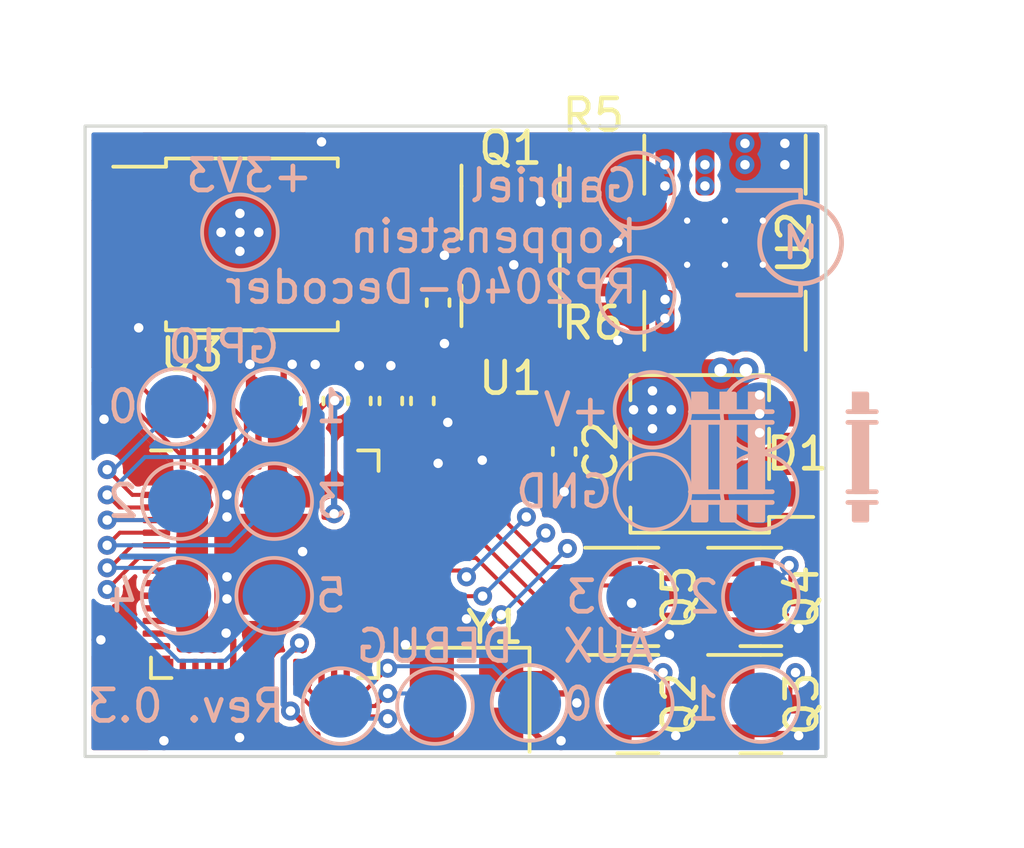
<source format=kicad_pcb>
(kicad_pcb (version 20221018) (generator pcbnew)
  (layers (0 "F.Cu" signal) (31 "B.Cu" signal) (34 "B.Paste" user) (35 "F.Paste" user) (36 "B.SilkS" user "B.Silkscreen") (37 "F.SilkS" user "F.Silkscreen") (38 "B.Mask" user) (39 "F.Mask" user) (44 "Edge.Cuts" user))
  (net 0 "")
  (net 1 "+3V3")
  (net 2 "+V")
  (net 3 "+1V1")
  (net 4 "GND")
  (net 5 "Net-(U4-ADC_AVDD)")
  (net 6 "Net-(C17-Pad1)")
  (net 7 "Net-(J1-Pin_1)")
  (net 8 "/GPIO24")
  (net 9 "/ADC_EMF_A")
  (net 10 "/ADC_EMF_B")
  (net 11 "Net-(J2-Pin_1)")
  (net 12 "/GPIO25")
  (net 13 "Net-(J3-Pin_1)")
  (net 14 "/MOTOR_OUT_B")
  (net 15 "/MOTOR_OUT_A")
  (net 16 "/GPIO26")
  (net 17 "/GPIO22")
  (net 18 "/GPIO23")
  (net 19 "Net-(J4-Pin_1)")
  (net 20 "Net-(J5-Pin_1)")
  (net 21 "Net-(J6-Pin_1)")
  (net 22 "/SWCLK")
  (net 23 "/SWDIO")
  (net 24 "/RUN")
  (net 25 "Net-(Q1-G)")
  (net 26 "/GPIO27")
  (net 28 "/GPIO21")
  (net 46 "/GPIO0")
  (net 47 "/GPIO1")
  (net 48 "/GPIO2")
  (net 49 "/GPIO3")
  (net 50 "/GPIO4")
  (net 51 "/GPIO5")
  (net 52 "/XIN")
  (net 53 "/QSPI_SS")
  (net 54 "/XOUT")
  (net 55 "/QSPI_SD1")
  (net 56 "/QSPI_SD2")
  (net 57 "/QSPI_SD0")
  (net 58 "/QSPI_SCLK")
  (net 59 "/QSPI_SD3")
  (footprint "RP2040-Decoder_Additional_Footprints:SOIC-8_5.23x5.23mm_P1.27mm" (layer "F.Cu") (at 142.792 93.853)
    (fp_text reference "U3")
    (fp_text value "W25Q64JVSSIQ")
  )
  (footprint "Capacitor_SMD:C_0201_0603Metric" (layer "F.Cu") (at 152.2 107.78 -90)
    (fp_text reference "C17" hide)
    (fp_text value "33p")
  )
  (footprint "Capacitor_SMD:C_0201_0603Metric" (layer "F.Cu") (at 138.28 100.2 180)
    (fp_text reference "C12" hide)
    (fp_text value "100n")
  )
  (footprint "Capacitor_SMD:C_0201_0603Metric" (layer "F.Cu") (at 146.08 90.6 180)
    (fp_text reference "C15" hide)
    (fp_text value "100n")
  )
  (footprint "Capacitor_SMD:C_0201_0603Metric" (layer "F.Cu") (at 138.28 105.6 180)
    (fp_text reference "C11" hide)
    (fp_text value "100n")
  )
  (footprint "Capacitor_SMD:C_0201_0603Metric" (layer "F.Cu") (at 144.42 109.5 180)
    (fp_text reference "C3" hide)
    (fp_text value "100n")
  )
  (footprint "Capacitor_SMD:C_0201_0603Metric" (layer "F.Cu") (at 148.22 100.2)
    (fp_text reference "C8" hide)
    (fp_text value "100n")
  )
  (footprint "Resistor_SMD:R_0201_0603Metric" (layer "F.Cu") (at 153.625 90.8)
    (fp_text reference "R5")
    (fp_text value "6k8")
  )
  (footprint "Package_TO_SOT_SMD:SOT-23" (layer "F.Cu") (at 151 95.8 -90)
    (fp_text reference "U1")
    (fp_text value "PJ75AL33SA")
  )
  (footprint "Resistor_SMD:R_0201_0603Metric" (layer "F.Cu") (at 148.9 93.2 90)
    (fp_text reference "R2" hide)
    (fp_text value "6k8")
  )
  (footprint "Resistor_SMD:R_0201_0603Metric" (layer "F.Cu") (at 148.9 91.655 90)
    (fp_text reference "R1" hide)
    (fp_text value "6k8")
  )
  (footprint "Resistor_SMD:R_0201_0603Metric" (layer "F.Cu") (at 148.1 101.38 -90)
    (fp_text reference "R8" hide)
    (fp_text value "1k")
  )
  (footprint "Package_TO_SOT_SMD:TO-269AA" (layer "F.Cu") (at 157 100.5 180)
    (fp_text reference "D1")
    (fp_text value "KMB24F")
  )
  (footprint "Capacitor_SMD:C_0201_0603Metric" (layer "F.Cu") (at 143.6 98.855 90)
    (fp_text reference "C13" hide)
    (fp_text value "100n")
  )
  (footprint "Package_TO_SOT_SMD:SOT-23" (layer "F.Cu") (at 155.0375 108.4375)
    (fp_text reference "Q2")
    (fp_text value "T2N7002BK")
  )
  (footprint "RP2040-Decoder_Additional_Footprints:SOIC-8-1EP_3.9x4.9mm_P1.27mm_EP2.41x3.3mm_ThermalVias" (layer "F.Cu") (at 157.8 93.8 -90)
    (fp_text reference "U2")
    (fp_text value "BDR6133")
  )
  (footprint "Crystal:Crystal_SMD_3225-4Pin_3.2x2.5mm" (layer "F.Cu") (at 149.6 108.3 180)
    (fp_text reference "Y1")
    (fp_text value "X322512MSB4SI")
  )
  (footprint "Package_TO_SOT_SMD:SOT-23" (layer "F.Cu") (at 155.0375 105.0375)
    (fp_text reference "Q5")
    (fp_text value "T2N7002BK")
  )
  (footprint "Capacitor_SMD:C_0201_0603Metric" (layer "F.Cu") (at 143.2 109.18 -90)
    (fp_text reference "C10" hide)
    (fp_text value "100n")
  )
  (footprint "Capacitor_SMD:C_0201_0603Metric" (layer "F.Cu") (at 140.7 109.22 -90)
    (fp_text reference "C16" hide)
    (fp_text value "33p")
  )
  (footprint "Package_TO_SOT_SMD:SOT-23" (layer "F.Cu") (at 158.9375 105.0375)
    (fp_text reference "Q4")
    (fp_text value "T2N7002BK")
  )
  (footprint "Capacitor_SMD:C_0402_1005Metric" (layer "F.Cu") (at 144.7 98.82 90)
    (fp_text reference "C5" hide)
    (fp_text value "10u")
  )
  (footprint "Capacitor_SMD:C_0201_0603Metric" (layer "F.Cu") (at 148.545 105.5)
    (fp_text reference "C9" hide)
    (fp_text value "100n")
  )
  (footprint "Resistor_SMD:R_0201_0603Metric" (layer "F.Cu") (at 149.9 101.78 -90)
    (fp_text reference "R7" hide)
    (fp_text value "1k")
  )
  (footprint "Package_TO_SOT_SMD:SOT-23" (layer "F.Cu") (at 158.9375 108.4375)
    (fp_text reference "Q3")
    (fp_text value "T2N7002BK")
  )
  (footprint "Resistor_SMD:R_0201_0603Metric" (layer "F.Cu") (at 139.192 90.6)
    (fp_text reference "R4" hide)
    (fp_text value "DNF")
  )
  (footprint "Capacitor_SMD:C_0201_0603Metric" (layer "F.Cu") (at 142.8 98.6 90)
    (fp_text reference "C4" hide)
    (fp_text value "100n")
  )
  (footprint "Capacitor_SMD:C_0402_1005Metric" (layer "F.Cu") (at 152.7 100.425 -90)
    (fp_text reference "C2")
    (fp_text value "10u")
  )
  (footprint "Capacitor_SMD:C_0402_1005Metric" (layer "F.Cu") (at 147.2 98.82 90)
    (fp_text reference "C14" hide)
    (fp_text value "10u")
  )
  (footprint "Capacitor_SMD:C_0402_1005Metric" (layer "F.Cu") (at 148.7 95.7 -90)
    (fp_text reference "C1" hide)
    (fp_text value "10u")
  )
  (footprint "Resistor_SMD:R_0201_0603Metric" (layer "F.Cu") (at 153.6 95.3 180)
    (fp_text reference "R6")
    (fp_text value "6k8")
  )
  (footprint "Package_TO_SOT_SMD:SOT-23" (layer "F.Cu") (at 151 92 90)
    (fp_text reference "Q1")
    (fp_text value "T2N7002BK")
  )
  (footprint "Resistor_SMD:R_0201_0603Metric" (layer "F.Cu") (at 141.5 109.22 -90)
    (fp_text reference "R9" hide)
    (fp_text value "1k")
  )
  (footprint "Capacitor_SMD:C_0402_1005Metric" (layer "F.Cu") (at 148.2 98.82 -90)
    (fp_text reference "R3" hide)
    (fp_text value "200")
  )
  (footprint "RP2040-Decoder_Additional_Footprints:QFN-56-1EP_7x7mm_P0.4mm_EP3.2x3.2mm" (layer "F.Cu") (at 143.2 104)
    (fp_text reference "U4" hide)
    (fp_text value "RP2040")
  )
  (footprint "Capacitor_SMD:C_0402_1005Metric" (layer "F.Cu") (at 146.2 98.82 90)
    (fp_text reference "C6" hide)
    (fp_text value "10u")
  )
  (footprint "TestPoint:TestPoint_Pad_D2.0mm" (layer "B.Cu") (at 140.4 99 180)
    (fp_text reference "J8")
    (fp_text value "0")
  )
  (footprint "TestPoint:TestPoint_Pad_D2.0mm" (layer "B.Cu") (at 155 92.14 180)
    (fp_text reference "J15")
    (fp_text value "M_OUT_B")
  )
  (footprint "TestPoint:TestPoint_Pad_D2.0mm" (layer "B.Cu") (at 148.6 108.5 180)
    (fp_text reference "J19")
    (fp_text value "SWDIO")
  )
  (footprint "TestPoint:TestPoint_Pad_D2.0mm" (layer "B.Cu") (at 151.6 108.4 180)
    (fp_text reference "J20")
    (fp_text value "RUN")
  )
  (footprint "TestPoint:TestPoint_Pad_D2.0mm" (layer "B.Cu") (at 154.9375 108.4375 180)
    (fp_text reference "J3")
    (fp_text value "0")
  )
  (footprint "TestPoint:TestPoint_Pad_D2.0mm" (layer "B.Cu") (at 145.6 108.5 180)
    (fp_text reference "J18")
    (fp_text value "SWCLK")
  )
  (footprint "TestPoint:TestPoint_Pad_D2.0mm" (layer "B.Cu") (at 158.9 99.23 180)
    (fp_text reference "J2")
    (fp_text value "T1")
  )
  (footprint "TestPoint:TestPoint_Pad_D2.0mm" (layer "B.Cu") (at 158.9 101.7 180)
    (fp_text reference "J1")
    (fp_text value "T0")
  )
  (footprint "TestPoint:TestPoint_Pad_D2.0mm" (layer "B.Cu") (at 155 95.46 180)
    (fp_text reference "J16")
    (fp_text value "M_OUT_A")
  )
  (footprint "TestPoint:TestPoint_Pad_D2.0mm" (layer "B.Cu") (at 143.4 99 180)
    (fp_text reference "J9")
    (fp_text value "1")
  )
  (footprint "TestPoint:TestPoint_Pad_D2.0mm" (layer "B.Cu") (at 158.9375 108.4375 180)
    (fp_text reference "J4")
    (fp_text value "1")
  )
  (footprint "TestPoint:TestPoint_Pad_D2.0mm" (layer "B.Cu") (at 155.5 99.1 180)
    (fp_text reference "J14")
    (fp_text value "+V")
  )
  (footprint "TestPoint:TestPoint_Pad_D2.0mm" (layer "B.Cu") (at 142.411 93.472 180)
    (fp_text reference "J7")
    (fp_text value "+3V3")
  )
  (footprint "TestPoint:TestPoint_Pad_D2.0mm" (layer "B.Cu") (at 158.9375 105.0375 180)
    (fp_text reference "J5")
    (fp_text value "2")
  )
  (footprint "TestPoint:TestPoint_Pad_D2.0mm" (layer "B.Cu") (at 140.5 102 180)
    (fp_text reference "J10")
    (fp_text value "2")
  )
  (footprint "TestPoint:TestPoint_Pad_D2.0mm" (layer "B.Cu") (at 143.5 102 180)
    (fp_text reference "J11")
    (fp_text value "3")
  )
  (footprint "TestPoint:TestPoint_Pad_D2.0mm" (layer "B.Cu") (at 143.5 105 180)
    (fp_text reference "J13")
    (fp_text value "5")
  )
  (footprint "TestPoint:TestPoint_Pad_D2.0mm" (layer "B.Cu") (at 140.5 105 180)
    (fp_text reference "J12")
    (fp_text value "4")
  )
  (footprint "TestPoint:TestPoint_Pad_D2.0mm" (layer "B.Cu") (at 155.5 101.7 180)
    (fp_text reference "J17")
    (fp_text value "GND")
  )
  (footprint "TestPoint:TestPoint_Pad_D2.0mm" (layer "B.Cu") (at 155.0375 105.0375 180)
    (fp_text reference "J6")
    (fp_text value "3")
  )
  (gr_rect (start 161.9 98.6) (end 162.3 99.16) (stroke (width 0.15)) (fill solid) (layer "B.SilkS"))
  (gr_line (start 159.3 99.5) (end 156.7 99.5) (stroke (width 0.15)) (layer "B.SilkS"))
  (gr_rect (start 158.6 99.5) (end 159 101.7) (stroke (width 0.15)) (fill solid) (layer "B.SilkS"))
  (gr_rect (start 158.6 102.04) (end 159 102.6) (stroke (width 0.15)) (fill solid) (layer "B.SilkS"))
  (gr_line (start 161.7 99.16) (end 162.6 99.16) (stroke (width 0.15)) (layer "B.SilkS"))
  (gr_line (start 158.2 95.46) (end 160.2 95.46) (stroke (width 0.15)) (layer "B.SilkS"))
  (gr_rect (start 161.9 102.04) (end 162.3 102.6) (stroke (width 0.15)) (fill solid) (layer "B.SilkS"))
  (gr_circle (center 160.2 93.8) (end 158.9 93.8) (stroke (width 0.15)) (fill none) (layer "B.SilkS"))
  (gr_line (start 161.7 101.7) (end 162.6 101.7) (stroke (width 0.15)) (layer "B.SilkS"))
  (gr_line (start 159.3 101.7) (end 156.7 101.7) (stroke (width 0.15)) (layer "B.SilkS"))
  (gr_rect (start 156.8 102.04) (end 157.2 102.6) (stroke (width 0.15)) (fill solid) (layer "B.SilkS"))
  (gr_line (start 161.7 99.5) (end 162.6 99.5) (stroke (width 0.15)) (layer "B.SilkS"))
  (gr_rect (start 157.7 102.04) (end 158.1 102.6) (stroke (width 0.15)) (fill solid) (layer "B.SilkS"))
  (gr_rect (start 156.8 99.5) (end 157.2 101.7) (stroke (width 0.15)) (fill solid) (layer "B.SilkS"))
  (gr_rect (start 158.6 98.6) (end 159 99.16) (stroke (width 0.15)) (fill solid) (layer "B.SilkS"))
  (gr_line (start 158.2 92.14) (end 160.2 92.14) (stroke (width 0.15)) (layer "B.SilkS"))
  (gr_rect (start 157.7 99.5) (end 158.1 101.7) (stroke (width 0.15)) (fill solid) (layer "B.SilkS"))
  (gr_rect (start 157.7 98.6) (end 158.1 99.16) (stroke (width 0.15)) (fill solid) (layer "B.SilkS"))
  (gr_line (start 159.3 102.04) (end 156.7 102.04) (stroke (width 0.15)) (layer "B.SilkS"))
  (gr_line (start 159.3 99.16) (end 156.7 99.16) (stroke (width 0.15)) (layer "B.SilkS"))
  (gr_line (start 160.2 95.46) (end 160.2 95.1) (stroke (width 0.15)) (layer "B.SilkS"))
  (gr_rect (start 156.8 98.6) (end 157.2 99.16) (stroke (width 0.15)) (fill solid) (layer "B.SilkS"))
  (gr_line (start 160.2 92.14) (end 160.2 92.5) (stroke (width 0.15)) (layer "B.SilkS"))
  (gr_rect (start 161.9 99.5) (end 162.3 101.7) (stroke (width 0.15)) (fill solid) (layer "B.SilkS"))
  (gr_line (start 161.7 102.04) (end 162.6 102.04) (stroke (width 0.15)) (layer "B.SilkS"))
  (gr_rect (start 137.5 90.1) (end 161 110.1) (stroke (width 0.1)) (fill none) (layer "Edge.Cuts"))
  (gr_text "M" (at 160.2 93.8) (layer "B.SilkS") (effects (font (size 1 1)) (justify mirror)))
  (gr_text "Gabriel\nKoppenstein\nRP2040-Decoder" (at 155.1 93.6) (layer "B.SilkS") (effects (font (size 1 1)) (justify left mirror)))
  (gr_text "Rev. 0.3" (at 140.7 108.5) (layer "B.SilkS") (effects (font (size 1 1)) (justify mirror)))
  (gr_text "GPIO" (at 141.9 97.1) (layer "B.SilkS") (effects (font (size 1 1)) (justify mirror)))
  (gr_text "DEBUG" (at 148.6 106.6) (layer "B.SilkS") (effects (font (size 1 1)) (justify mirror)))
  (gr_text "AUX" (at 154.1 106.6) (layer "B.SilkS") (effects (font (size 1 1)) (justify mirror)))
  (segment (start 146.6375 105) (end 147.725 105) (width 0.2) (layer "F.Cu") (net 1))
  (segment (start 143.6 99.8) (end 143.6 99.175) (width 0.2) (layer "F.Cu") (net 1))
  (segment (start 139.7625 101.313971) (end 139.7625 101.4) (width 0.2) (layer "F.Cu") (net 1))
  (segment (start 147.725 105) (end 148.225 105.5) (width 0.2) (layer "F.Cu") (net 1))
  (segment (start 139.7625 105) (end 139.2 105) (width 0.2) (layer "F.Cu") (net 1))
  (segment (start 138.6 100.2) (end 138.648529 100.2) (width 0.2) (layer "F.Cu") (net 1))
  (segment (start 146.6375 101.4) (end 146.8 101.4) (width 0.2) (layer "F.Cu") (net 1))
  (segment (start 146.130025 99.3) (end 146.2 99.3) (width 0.2) (layer "F.Cu") (net 1))
  (segment (start 143.4 100) (end 143.6 99.8) (width 0.2) (layer "F.Cu") (net 1))
  (segment (start 143.4 107.4375) (end 143.4 108.66) (width 0.2) (layer "F.Cu") (net 1))
  (segment (start 146.392 90.608) (end 146.4 90.6) (width 0.2) (layer "F.Cu") (net 1))
  (segment (start 143.8 100) (end 143.6 99.8) (width 0.2) (layer "F.Cu") (net 1))
  (segment (start 146.392 91.948) (end 146.392 90.608) (width 0.2) (layer "F.Cu") (net 1))
  (segment (start 143.8 100.5625) (end 143.8 100) (width 0.2) (layer "F.Cu") (net 1))
  (segment (start 145.4 100.030025) (end 146.130025 99.3) (width 0.2) (layer "F.Cu") (net 1))
  (segment (start 139.2 105) (end 138.6 105.6) (width 0.2) (layer "F.Cu") (net 1))
  (segment (start 146.8 101.4) (end 147.9 100.3) (width 0.2) (layer "F.Cu") (net 1))
  (segment (start 149.6925 95.22) (end 150.05 94.8625) (width 0.2) (layer "F.Cu") (net 1))
  (segment (start 143.4 100.5625) (end 143.4 100) (width 0.2) (layer "F.Cu") (net 1))
  (segment (start 148.7 95.22) (end 149.6925 95.22) (width 0.2) (layer "F.Cu") (net 1))
  (segment (start 145.4 100.5625) (end 145.4 100.030025) (width 0.2) (layer "F.Cu") (net 1))
  (segment (start 143.4 108.66) (end 143.2 108.86) (width 0.2) (layer "F.Cu") (net 1))
  (via (at 158.435 91.325) (size 0.6) (drill 0.3) (layers "F.Cu" "B.Cu") (net 1))
  (via (at 142.411 94.072) (size 0.6) (drill 0.3) (layers "F.Cu" "B.Cu") (net 1))
  (via (at 142.411 92.872) (size 0.6) (drill 0.3) (layers "F.Cu" "B.Cu") (net 1))
  (via (at 141.811 93.472) (size 0.6) (drill 0.3) (layers "F.Cu" "B.Cu") (net 1))
  (via (at 142.411 93.472) (size 0.6) (drill 0.3) (layers "F.Cu" "B.Cu") (net 1))
  (via (at 158.435 90.65) (size 0.6) (drill 0.3) (layers "F.Cu" "B.Cu") (net 1))
  (via (at 143.011 93.472) (size 0.6) (drill 0.3) (layers "F.Cu" "B.Cu") (net 1))
  (via (at 154.9 99.1) (size 0.6) (drill 0.3) (layers "F.Cu" "B.Cu") (net 2))
  (via (at 155.5 99.1) (size 0.6) (drill 0.3) (layers "F.Cu" "B.Cu") (net 2))
  (via (at 158.4655 97.844802) (size 0.8) (drill 0.4) (layers "F.Cu" "B.Cu") (net 2))
  (via (at 155.5 99.7) (size 0.6) (drill 0.3) (layers "F.Cu" "B.Cu") (net 2))
  (via (at 156.1 99.1) (size 0.6) (drill 0.3) (layers "F.Cu" "B.Cu") (net 2))
  (via (at 157.165 91.325) (size 0.6) (drill 0.3) (layers "F.Cu" "B.Cu") (net 2))
  (via (at 157.66121 97.844802) (size 0.8) (drill 0.4) (layers "F.Cu" "B.Cu") (net 2))
  (via (at 157.165 92) (size 0.6) (drill 0.3) (layers "F.Cu" "B.Cu") (net 2))
  (via (at 155.5 98.5) (size 0.6) (drill 0.3) (layers "F.Cu" "B.Cu") (net 2))
  (segment (start 145.406916 98.8) (end 145.417454 98.810538) (width 0.2) (layer "F.Cu") (net 3))
  (segment (start 144.01668 108.656135) (end 144.05182 108.656135) (width 0.2) (layer "F.Cu") (net 3))
  (segment (start 145.2 98.8) (end 145.406916 98.8) (width 0.2) (layer "F.Cu") (net 3))
  (segment (start 143.8 107.4375) (end 143.8 108.439455) (width 0.2) (layer "F.Cu") (net 3))
  (segment (start 144.05182 108.656135) (end 144.74 109.344315) (width 0.2) (layer "F.Cu") (net 3))
  (segment (start 143 100.5625) (end 143 99.12) (width 0.2) (layer "F.Cu") (net 3))
  (segment (start 144.7 99.3) (end 145.2 98.8) (width 0.2) (layer "F.Cu") (net 3))
  (segment (start 144.74 109.344315) (end 144.74 109.5) (width 0.2) (layer "F.Cu") (net 3))
  (segment (start 145 100.5625) (end 145 100) (width 0.2) (layer "F.Cu") (net 3))
  (segment (start 144.7 99.7) (end 144.7 99.314) (width 0.2) (layer "F.Cu") (net 3))
  (segment (start 143.8 108.439455) (end 144.01668 108.656135) (width 0.2) (layer "F.Cu") (net 3))
  (segment (start 143 99.12) (end 142.8 98.92) (width 0.2) (layer "F.Cu") (net 3))
  (segment (start 145 100) (end 144.7 99.7) (width 0.2) (layer "F.Cu") (net 3))
  (via (at 144.3 106.5) (size 0.6) (drill 0.3) (layers "F.Cu" "B.Cu") (net 3))
  (via (at 145.4 102.4) (size 0.6) (drill 0.3) (layers "F.Cu" "B.Cu") (net 3))
  (via (at 144.01668 108.656135) (size 0.6) (drill 0.3) (layers "F.Cu" "B.Cu") (net 3))
  (via (at 145.417454 98.810538) (size 0.6) (drill 0.3) (layers "F.Cu" "B.Cu") (net 3))
  (segment (start 143.8 107) (end 144.3 106.5) (width 0.2) (layer "B.Cu") (net 3))
  (segment (start 145.417454 98.810538) (end 145.4 98.827992) (width 0.2) (layer "B.Cu") (net 3))
  (segment (start 143.8 108.439455) (end 143.8 107.1) (width 0.2) (layer "B.Cu") (net 3))
  (segment (start 143.8 107.1) (end 143.8 107) (width 0.2) (layer "B.Cu") (net 3))
  (segment (start 145.4 98.827992) (end 145.4 102.4) (width 0.2) (layer "B.Cu") (net 3))
  (segment (start 144.01668 108.656135) (end 143.8 108.439455) (width 0.2) (layer "B.Cu") (net 3))
  (segment (start 148.5 107.387868) (end 147.662544 106.550412) (width 0.2) (layer "F.Cu") (net 4))
  (segment (start 144.8 98.354) (end 144.8 97.663) (width 0.2) (layer "F.Cu") (net 4))
  (segment (start 148.5 107.45) (end 148.711689 107.45) (width 0.2) (layer "F.Cu") (net 4))
  (segment (start 140.7 109.54) (end 140.06 109.54) (width 0.2) (layer "F.Cu") (net 4))
  (segment (start 143.2 109.5) (end 142.4 109.5) (width 0.2) (layer "F.Cu") (net 4))
  (segment (start 158 109.3875) (end 160.0875 109.3875) (width 0.2) (layer "F.Cu") (net 4))
  (segment (start 154.4375 106.2375) (end 156.0375 106.2375) (width 0.2) (layer "F.Cu") (net 4))
  (segment (start 148.54 100.3) (end 148.6 100.3) (width 0.2) (layer "F.Cu") (net 4))
  (segment (start 137.96 99.54) (end 138.1 99.4) (width 0.2) (layer "F.Cu") (net 4))
  (segment (start 154.1 105.9875) (end 154.1875 105.9875) (width 0.2) (layer "F.Cu") (net 4))
  (segment (start 148.9 93.52) (end 148.9 94.2) (width 0.2) (layer "F.Cu") (net 4))
  (segment (start 160.0875 105.9875) (end 160.1375 106.0375) (width 0.2) (layer "F.Cu") (net 4))
  (segment (start 148.5 107.45) (end 148.5 107.387868) (width 0.2) (layer "F.Cu") (net 4))
  (segment (start 148.7 96.18) (end 148.7 96.8) (width 0.2) (layer "F.Cu") (net 4))
  (segment (start 144.1 109.5) (end 143.2 109.5) (width 0.2) (layer "F.Cu") (net 4))
  (segment (start 137.96 100.2) (end 137.96 99.54) (width 0.2) (layer "F.Cu") (net 4))
  (segment (start 139.192 96.492) (end 139.2 96.5) (width 0.2) (layer "F.Cu") (net 4))
  (segment (start 149.00662 99.89338) (end 149.00662 99.50063) (width 0.2) (layer "F.Cu") (net 4))
  (segment (start 152.2 108.1) (end 152.799503 108.1) (width 0.2) (layer "F.Cu") (net 4))
  (segment (start 151.95 94.8625) (end 151.4625 94.8625) (width 0.2) (layer "F.Cu") (net 4))
  (segment (start 154.1 109.3875) (end 154.1 109.4) (width 0.2) (layer "F.Cu") (net 4))
  (segment (start 143.8 98.535) (end 143.8 97.929402) (width 0.2) (layer "F.Cu") (net 4))
  (segment (start 152 109.6) (end 152.6 109.6) (width 0.2) (layer "F.Cu") (net 4))
  (segment (start 148.1 101.06) (end 148.44 101.06) (width 0.2) (layer "F.Cu") (net 4))
  (segment (start 142.2 107.4375) (end 142.2 106.411449) (width 0.2) (layer "F.Cu") (net 4))
  (segment (start 142.2 106.411449) (end 141.973933 106.185382) (width 0.2) (layer "F.Cu") (net 4))
  (segment (start 147.2 98.34) (end 147.2 97.7) (width 0.2) (layer "F.Cu") (net 4))
  (segment (start 148.865 105.5) (end 149.363 105.5) (width 0.2) (layer "F.Cu") (net 4))
  (segment (start 142.8 97.729402) (end 142.729402 97.658804) (width 0.2) (layer "F.Cu") (net 4))
  (segment (start 152.799503 108.1) (end 153.099503 108.4) (width 0.2) (layer "F.Cu") (net 4))
  (segment (start 140.06 109.54) (end 140 109.6) (width 0.2) (layer "F.Cu") (net 4))
  (segment (start 154.1875 105.9875) (end 154.4375 106.2375) (width 0.2) (layer "F.Cu") (net 4))
  (segment (start 160.0875 109.3875) (end 160.1375 109.4375) (width 0.2) (layer "F.Cu") (net 4))
  (segment (start 148.6 100.3) (end 149.00662 99.89338) (width 0.2) (layer "F.Cu") (net 4))
  (segment (start 149.363 105.5) (end 149.6 105.737) (width 0.2) (layer "F.Cu") (net 4))
  (segment (start 156.1875 109.3875) (end 156.2375 109.4375) (width 0.2) (layer "F.Cu") (net 4))
  (segment (start 148.5 107.45) (end 148.65 107.45) (width 0.2) (layer "F.Cu") (net 4))
  (segment (start 145.76 90.6) (end 145 90.6) (width 0.2) (layer "F.Cu") (net 4))
  (segment (start 152.7 100.905) (end 152.7 101.7) (width 0.2) (layer "F.Cu") (net 4))
  (segment (start 150.26 101.46) (end 150.6 101.8) (width 0.2) (layer "F.Cu") (net 4))
  (segment (start 137.96 106.36) (end 138 106.4) (width 0.2) (layer "F.Cu") (net 4))
  (segment (start 143.8 97.929402) (end 144.070598 97.658804) (width 0.2) (layer "F.Cu") (net 4))
  (segment (start 154.1 109.3875) (end 156.1875 109.3875) (width 0.2) (layer "F.Cu") (net 4))
  (segment (start 149.9 101.46) (end 150.26 101.46) (width 0.2) (layer "F.Cu") (net 4))
  (segment (start 154.1 105.9875) (end 154.5875 105.9875) (width 0.2) (layer "F.Cu") (net 4))
  (segment (start 151.4625 94.8625) (end 151.1 94.5) (width 0.2) (layer "F.Cu") (net 4))
  (segment (start 151.55 109.15) (end 152 109.6) (width 0.2) (layer "F.Cu") (net 4))
  (segment (start 148.44 101.06) (end 148.7 100.8) (width 0.2) (layer "F.Cu") (net 4))
  (segment (start 148.7 96.8) (end 148.9 97) (width 0.2) (layer "F.Cu") (net 4))
  (segment (start 150.7 109.15) (end 151.55 109.15) (width 0.2) (layer "F.Cu") (net 4))
  (segment (start 158 105.9875) (end 160.0875 105.9875) (width 0.2) (layer "F.Cu") (net 4))
  (segment (start 146.2 98.34) (end 146.2 97.7) (width 0.2) (layer "F.Cu") (net 4))
  (segment (start 139.192 95.758) (end 139.192 96.492) (width 0.2) (layer "F.Cu") (net 4))
  (segment (start 137.96 105.6) (end 137.96 106.36) (width 0.2) (layer "F.Cu") (net 4))
  (segment (start 142.8 98.28) (end 142.8 97.729402) (width 0.2) (layer "F.Cu") (net 4))
  (via (at 144.8 97.663) (size 0.6) (drill 0.3) (layers "F.Cu" "B.Cu") (net 4))
  (via (at 148.9 97) (size 0.6) (drill 0.3) (layers "F.Cu" "B.Cu") (net 4))
  (via (at 153.099503 108.4) (size 0.6) (drill 0.3) (layers "F.Cu" "B.Cu") (net 4))
  (via (at 159.7 90.65) (size 0.6) (drill 0.3) (layers "F.Cu" "B.Cu") (net 4))
  (via (at 142 102.5) (size 0.6) (drill 0.3) (layers "F.Cu" "B.Cu") (net 4))
  (via (at 156.2375 109.4375) (size 0.6) (drill 0.3) (layers "F.Cu" "B.Cu") (net 4))
  (via (at 151.95 92.5) (size 0.6) (drill 0.3) (layers "F.Cu" "B.Cu") (net 4))
  (via (at 144.4 103.6) (size 0.6) (drill 0.3) (layers "F.Cu" "B.Cu") (net 4))
  (via (at 148.9 94.2) (size 0.6) (drill 0.3) (layers "F.Cu" "B.Cu") (net 4))
  (via (at 160.1375 109.4375) (size 0.6) (drill 0.3) (layers "F.Cu" "B.Cu") (net 4))
  (via (at 142 101.8) (size 0.6) (drill 0.3) (layers "F.Cu" "B.Cu") (net 4))
  (via (at 139.2 96.5) (size 0.6) (drill 0.3) (layers "F.Cu" "B.Cu") (net 4))
  (via (at 138.1 99.4) (size 0.6) (drill 0.3) (layers "F.Cu" "B.Cu") (net 4))
  (via (at 147.2 97.7) (size 0.6) (drill 0.3) (layers "F.Cu" "B.Cu") (net 4))
  (via (at 142 105.1) (size 0.6) (drill 0.3) (layers "F.Cu" "B.Cu") (net 4))
  (via (at 154.4 96.9) (size 0.6) (drill 0.3) (layers "F.Cu" "B.Cu") (net 4))
  (via (at 159.7 91.325) (size 0.6) (drill 0.3) (layers "F.Cu" "B.Cu") (net 4))
  (via (at 156.0375 106.2375) (size 0.6) (drill 0.3) (layers "F.Cu" "B.Cu") (net 4))
  (via (at 149.00662 99.50063) (size 0.6) (drill 0.3) (layers "F.Cu" "B.Cu") (net 4))
  (via (at 144.070598 97.658804) (size 0.6) (drill 0.3) (layers "F.Cu" "B.Cu") (net 4))
  (via (at 148.7 100.8) (size 0.6) (drill 0.3) (layers "F.Cu" "B.Cu") (net 4))
  (via (at 150.1 100.7) (size 0.6) (drill 0.3) (layers "F.Cu" "B.Cu") (net 4))
  (via (at 142.4 109.5) (size 0.6) (drill 0.3) (layers "F.Cu" "B.Cu") (net 4))
  (via (at 140 109.6) (size 0.6) (drill 0.3) (layers "F.Cu" "B.Cu") (net 4))
  (via (at 160.1375 106.0375) (size 0.6) (drill 0.3) (layers "F.Cu" "B.Cu") (net 4))
  (via (at 154.4 93.8) (size 0.6) (drill 0.3) (layers "F.Cu" "B.Cu") (net 4))
  (via (at 147.662544 106.550412) (size 0.6) (drill 0.3) (layers "F.Cu" "B.Cu") (net 4))
  (via (at 138 106.4) (size 0.6) (drill 0.3) (layers "F.Cu" "B.Cu") (net 4))
  (via (at 146.2 97.7) (size 0.6) (drill 0.3) (layers "F.Cu" "B.Cu") (net 4))
  (via (at 152.7 101.7) (size 0.6) (drill 0.3) (layers "F.Cu" "B.Cu") (net 4))
  (via (at 149.6 105.737) (size 0.6) (drill 0.3) (layers "F.Cu" "B.Cu") (net 4))
  (via (at 152.6 109.6) (size 0.6) (drill 0.3) (layers "F.Cu" "B.Cu") (net 4))
  (via (at 142 104.4) (size 0.6) (drill 0.3) (layers "F.Cu" "B.Cu") (net 4))
  (via (at 142.729402 97.658804) (size 0.6) (drill 0.3) (layers "F.Cu" "B.Cu") (net 4))
  (via (at 151.1 94.5) (size 0.6) (drill 0.3) (layers "F.Cu" "B.Cu") (net 4))
  (via (at 141.973933 106.185382) (size 0.6) (drill 0.3) (layers "F.Cu" "B.Cu") (net 4))
  (via (at 145 90.6) (size 0.6) (drill 0.3) (layers "F.Cu" "B.Cu") (net 4))
  (segment (start 147.2 99.3) (end 148.2 99.3) (width 0.127) (layer "F.Cu") (net 5))
  (segment (start 145.8 100.5625) (end 145.9375 100.5625) (width 0.127) (layer "F.Cu") (net 5))
  (segment (start 145.9375 100.5625) (end 147.2 99.3) (width 0.127) (layer "F.Cu") (net 5))
  (segment (start 152.19 107.45) (end 152.2 107.46) (width 0.127) (layer "F.Cu") (net 6))
  (segment (start 150.7 107.45) (end 152.19 107.45) (width 0.127) (layer "F.Cu") (net 6))
  (segment (start 149.9 103.8) (end 153.5875 107.4875) (width 0.127) (layer "F.Cu") (net 8))
  (segment (start 154.05 107.4375) (end 154.1 107.4875) (width 0.127) (layer "F.Cu") (net 8))
  (segment (start 146.6375 103.8) (end 149.9 103.8) (width 0.127) (layer "F.Cu") (net 8))
  (segment (start 153.5875 107.4875) (end 154.1 107.4875) (width 0.127) (layer "F.Cu") (net 8))
  (segment (start 150 102.2) (end 150.8 102.2) (width 0.127) (layer "F.Cu") (net 9))
  (segment (start 149.8 102.2) (end 149.9 102.1) (width 0.127) (layer "F.Cu") (net 9))
  (segment (start 146.6375 102.2) (end 149.8 102.2) (width 0.127) (layer "F.Cu") (net 9))
  (segment (start 149.9 102.1) (end 150 102.2) (width 0.127) (layer "F.Cu") (net 9))
  (segment (start 149.5 100.8) (end 149.5 99.8) (width 0.127) (layer "F.Cu") (net 10))
  (segment (start 148.1 101.7) (end 148.59691 101.7) (width 0.127) (layer "F.Cu") (net 10))
  (segment (start 149.49691 100.8) (end 149.5 100.8) (width 0.127) (layer "F.Cu") (net 10))
  (segment (start 148.075 101.8) (end 148.1 101.775) (width 0.127) (layer "F.Cu") (net 10))
  (segment (start 146.6375 101.8) (end 148.075 101.8) (width 0.127) (layer "F.Cu") (net 10))
  (segment (start 148.59691 101.7) (end 149.49691 100.8) (width 0.127) (layer "F.Cu") (net 10))
  (segment (start 160.075 99.23) (end 158.9 99.23) (width 0.127) (layer "F.Cu") (net 11))
  (via (at 158.9 98.63) (size 0.6) (drill 0.3) (layers "F.Cu" "B.Cu") (net 11))
  (via (at 158.9 99.23) (size 0.6) (drill 0.3) (layers "F.Cu" "B.Cu") (net 11))
  (via (at 158.9 99.83) (size 0.6) (drill 0.3) (layers "F.Cu" "B.Cu") (net 11))
  (segment (start 157.35 106.8375) (end 158 107.4875) (width 0.127) (layer "F.Cu") (net 12))
  (segment (start 146.6375 103.4) (end 150.190222 103.4) (width 0.127) (layer "F.Cu") (net 12))
  (segment (start 150.190222 103.4) (end 153.627723 106.8375) (width 0.127) (layer "F.Cu") (net 12))
  (segment (start 153.627723 106.8375) (end 157.35 106.8375) (width 0.127) (layer "F.Cu") (net 12))
  (segment (start 153.627723 106.8375) (end 154 106.8375) (width 0.127) (layer "F.Cu") (net 12))
  (segment (start 155.975 107.575) (end 155.8375 107.4375) (width 0.127) (layer "F.Cu") (net 13))
  (segment (start 155.975 108.4375) (end 155.975 107.575) (width 0.127) (layer "F.Cu") (net 13))
  (via (at 155.8375 107.4375) (size 0.6) (drill 0.3) (layers "F.Cu" "B.Cu") (net 13))
  (segment (start 155.8375 107.5375) (end 154.9375 108.4375) (width 0.127) (layer "B.Cu") (net 13))
  (segment (start 155.8375 107.4375) (end 155.8375 107.5375) (width 0.127) (layer "B.Cu") (net 13))
  (via (at 155.9 95.6) (size 0.6) (drill 0.3) (layers "F.Cu" "B.Cu") (net 14))
  (via (at 155.895 96.2) (size 0.6) (drill 0.3) (layers "F.Cu" "B.Cu") (net 14))
  (via (at 155.895 91.325) (size 0.6) (drill 0.3) (layers "F.Cu" "B.Cu") (net 15))
  (via (at 155.895 92) (size 0.6) (drill 0.3) (layers "F.Cu" "B.Cu") (net 15))
  (segment (start 152.8 104.674) (end 154.835777 104.674) (width 0.127) (layer "F.Cu") (net 16))
  (segment (start 150.5 103) (end 152.174 104.674) (width 0.127) (layer "F.Cu") (net 16))
  (segment (start 152.174 104.674) (end 152.8 104.674) (width 0.127) (layer "F.Cu") (net 16))
  (segment (start 155.422277 104.0875) (end 158 104.0875) (width 0.127) (layer "F.Cu") (net 16))
  (segment (start 154.835777 104.674) (end 155.422277 104.0875) (width 0.127) (layer "F.Cu") (net 16))
  (segment (start 146.6375 103) (end 150.5 103) (width 0.127) (layer "F.Cu") (net 16))
  (segment (start 147.9 104.6) (end 148.2 104.9) (width 0.127) (layer "F.Cu") (net 17))
  (segment (start 146.6375 104.6) (end 147.9 104.6) (width 0.127) (layer "F.Cu") (net 17))
  (segment (start 148.2 104.9) (end 148.314195 105.014195) (width 0.127) (layer "F.Cu") (net 17))
  (segment (start 148.314195 105.014195) (end 150.111829 105.014195) (width 0.127) (layer "F.Cu") (net 17))
  (via (at 152.114045 103.011623) (size 0.6) (drill 0.3) (layers "F.Cu" "B.Cu") (net 17))
  (via (at 150.111829 105.014195) (size 0.6) (drill 0.3) (layers "F.Cu" "B.Cu") (net 17))
  (segment (start 152.114045 103.011979) (end 152.114045 103.011623) (width 0.127) (layer "B.Cu") (net 17))
  (segment (start 150.111829 105.014195) (end 152.114045 103.011979) (width 0.127) (layer "B.Cu") (net 17))
  (segment (start 148.276 104.2) (end 148.437 104.2) (width 0.127) (layer "F.Cu") (net 18))
  (segment (start 149.4 104.2) (end 149.6 104.4) (width 0.127) (layer "F.Cu") (net 18))
  (segment (start 146.6375 104.2) (end 148.276 104.2) (width 0.127) (layer "F.Cu") (net 18))
  (segment (start 148.437 104.2) (end 149.4 104.2) (width 0.127) (layer "F.Cu") (net 18))
  (via (at 149.6 104.4) (size 0.6) (drill 0.3) (layers "F.Cu" "B.Cu") (net 18))
  (via (at 151.49981 102.499842) (size 0.6) (drill 0.3) (layers "F.Cu" "B.Cu") (net 18))
  (segment (start 149.6 104.4) (end 151.49981 102.50019) (width 0.127) (layer "B.Cu") (net 18))
  (segment (start 151.49981 102.50019) (end 151.49981 102.499842) (width 0.127) (layer "B.Cu") (net 18))
  (segment (start 159.875 108.4375) (end 159.875 107.6) (width 0.127) (layer "F.Cu") (net 19))
  (segment (start 159.875 107.6) (end 160.0375 107.4375) (width 0.127) (layer "F.Cu") (net 19))
  (via (at 160.0375 107.4375) (size 0.6) (drill 0.3) (layers "F.Cu" "B.Cu") (net 19))
  (segment (start 160.0375 107.4375) (end 159.9375 107.4375) (width 0.127) (layer "B.Cu") (net 19))
  (segment (start 159.9375 107.4375) (end 158.9375 108.4375) (width 0.127) (layer "B.Cu") (net 19))
  (segment (start 159.875 105.0375) (end 159.875 104.075) (width 0.127) (layer "F.Cu") (net 20))
  (segment (start 159.875 104.075) (end 159.8375 104.0375) (width 0.127) (layer "F.Cu") (net 20))
  (via (at 159.8375 104.0375) (size 0.6) (drill 0.3) (layers "F.Cu" "B.Cu") (net 20))
  (segment (start 159.8375 104.0375) (end 159.8375 104.1375) (width 0.127) (layer "B.Cu") (net 20))
  (segment (start 159.8375 104.1375) (end 158.9375 105.0375) (width 0.127) (layer "B.Cu") (net 20))
  (segment (start 155.975 105.0375) (end 155.0375 105.0375) (width 0.127) (layer "F.Cu") (net 21))
  (segment (start 155.0375 105.0375) (end 154.8375 105.2375) (width 0.127) (layer "F.Cu") (net 21))
  (via (at 154.8375 105.2375) (size 0.6) (drill 0.3) (layers "F.Cu" "B.Cu") (net 21))
  (segment (start 144.983748 108.826293) (end 144.983748 108.827) (width 0.127) (layer "F.Cu") (net 22))
  (segment (start 147.027 108.827) (end 147.1 108.9) (width 0.127) (layer "F.Cu") (net 22))
  (segment (start 144.2 107.4375) (end 144.2 108.043252) (width 0.127) (layer "F.Cu") (net 22))
  (segment (start 144.983748 108.827) (end 147.027 108.827) (width 0.127) (layer "F.Cu") (net 22))
  (segment (start 144.2 107.4375) (end 144.2 108.042545) (width 0.127) (layer "F.Cu") (net 22))
  (segment (start 144.2 108.042545) (end 144.983748 108.826293) (width 0.127) (layer "F.Cu") (net 22))
  (via (at 147.1 108.9) (size 0.6) (drill 0.3) (layers "F.Cu" "B.Cu") (net 22))
  (segment (start 147.1 108.9) (end 146 108.9) (width 0.127) (layer "B.Cu") (net 22))
  (segment (start 146 108.9) (end 145.6 108.5) (width 0.127) (layer "B.Cu") (net 22))
  (segment (start 145.119196 108.5) (end 146.7 108.5) (width 0.127) (layer "F.Cu") (net 23))
  (segment (start 144.6 107.980804) (end 145.119196 108.5) (width 0.127) (layer "F.Cu") (net 23))
  (segment (start 146.7 108.5) (end 147.1 108.1) (width 0.127) (layer "F.Cu") (net 23))
  (segment (start 144.6 107.4375) (end 144.6 107.980804) (width 0.127) (layer "F.Cu") (net 23))
  (via (at 147.1 108.1) (size 0.6) (drill 0.3) (layers "F.Cu" "B.Cu") (net 23))
  (segment (start 148.2 108.1) (end 148.6 108.5) (width 0.127) (layer "B.Cu") (net 23))
  (segment (start 147.1 108.1) (end 148.2 108.1) (width 0.127) (layer "B.Cu") (net 23))
  (segment (start 148.3 108.8) (end 148.6 108.5) (width 0.127) (layer "B.Cu") (net 23))
  (segment (start 146.2615 108.1385) (end 145.220144 108.1385) (width 0.127) (layer "F.Cu") (net 24))
  (segment (start 145 107.4375) (end 145 107.918356) (width 0.127) (layer "F.Cu") (net 24))
  (segment (start 145 107.918356) (end 145.220144 108.1385) (width 0.127) (layer "F.Cu") (net 24))
  (segment (start 147.1 107.3) (end 146.2615 108.1385) (width 0.127) (layer "F.Cu") (net 24))
  (via (at 147.1 107.3) (size 0.6) (drill 0.3) (layers "F.Cu" "B.Cu") (net 24))
  (segment (start 150.4365 107.2365) (end 151.6 108.4) (width 0.127) (layer "B.Cu") (net 24))
  (segment (start 147.1 107.3) (end 147.1635 107.2365) (width 0.127) (layer "B.Cu") (net 24))
  (segment (start 147.1635 107.2365) (end 150.4365 107.2365) (width 0.127) (layer "B.Cu") (net 24))
  (segment (start 148.9 92.88) (end 148.9 91.975) (width 0.127) (layer "F.Cu") (net 25))
  (segment (start 148.9 92.88) (end 149.9925 92.88) (width 0.127) (layer "F.Cu") (net 25))
  (segment (start 149.9925 92.88) (end 150.05 92.9375) (width 0.127) (layer "F.Cu") (net 25))
  (segment (start 150.8 102.6) (end 152.2875 104.0875) (width 0.127) (layer "F.Cu") (net 26))
  (segment (start 146.6375 102.6) (end 150.8 102.6) (width 0.127) (layer "F.Cu") (net 26))
  (segment (start 152.2875 104.0875) (end 154.1 104.0875) (width 0.127) (layer "F.Cu") (net 26))
  (segment (start 150 106.3) (end 150.7 105.6) (width 0.127) (layer "F.Cu") (net 28))
  (segment (start 147.309042 105.4) (end 148.209042 106.3) (width 0.127) (layer "F.Cu") (net 28))
  (segment (start 148.209042 106.3) (end 150 106.3) (width 0.127) (layer "F.Cu") (net 28))
  (segment (start 146.6375 105.4) (end 147.309042 105.4) (width 0.127) (layer "F.Cu") (net 28))
  (via (at 152.8 103.5) (size 0.6) (drill 0.3) (layers "F.Cu" "B.Cu") (net 28))
  (via (at 150.7 105.6) (size 0.6) (drill 0.3) (layers "F.Cu" "B.Cu") (net 28))
  (segment (start 150.7 105.6) (end 152.8 103.5) (width 0.127) (layer "B.Cu") (net 28))
  (segment (start 139.7625 101.8) (end 139 101.8) (width 0.127) (layer "F.Cu") (net 46))
  (segment (start 139 101.8) (end 138.2 101) (width 0.127) (layer "F.Cu") (net 46))
  (via (at 138.2 101) (size 0.6) (drill 0.3) (layers "F.Cu" "B.Cu") (net 46))
  (segment (start 138.4 101) (end 140.4 99) (width 0.127) (layer "B.Cu") (net 46))
  (segment (start 138.2 101) (end 138.4 101) (width 0.127) (layer "B.Cu") (net 46))
  (segment (start 139.7625 102.2) (end 138.59691 102.2) (width 0.127) (layer "F.Cu") (net 47))
  (segment (start 138.59691 102.2) (end 138.19691 101.8) (width 0.127) (layer "F.Cu") (net 47))
  (segment (start 138.19691 101.8) (end 138.2 101.8) (width 0.127) (layer "F.Cu") (net 47))
  (via (at 138.2 101.8) (size 0.6) (drill 0.3) (layers "F.Cu" "B.Cu") (net 47))
  (segment (start 139.4 100.6) (end 141.8 100.6) (width 0.127) (layer "B.Cu") (net 47))
  (segment (start 138.2 101.8) (end 139.4 100.6) (width 0.127) (layer "B.Cu") (net 47))
  (segment (start 141.8 100.6) (end 143.4 99) (width 0.127) (layer "B.Cu") (net 47))
  (segment (start 139.7625 102.6) (end 138.2 102.6) (width 0.127) (layer "F.Cu") (net 48))
  (via (at 138.2 102.6) (size 0.6) (drill 0.3) (layers "F.Cu" "B.Cu") (net 48))
  (segment (start 138.2 102.6) (end 139.9 102.6) (width 0.127) (layer "B.Cu") (net 48))
  (segment (start 139.9 102.6) (end 140.5 102) (width 0.127) (layer "B.Cu") (net 48))
  (segment (start 139.7625 103) (end 138.6 103) (width 0.127) (layer "F.Cu") (net 49))
  (segment (start 138.6 103) (end 138.2 103.4) (width 0.127) (layer "F.Cu") (net 49))
  (via (at 138.2 103.4) (size 0.6) (drill 0.3) (layers "F.Cu" "B.Cu") (net 49))
  (segment (start 138.2 103.4) (end 142.1 103.4) (width 0.127) (layer "B.Cu") (net 49))
  (segment (start 142.1 103.4) (end 143.5 102) (width 0.127) (layer "B.Cu") (net 49))
  (segment (start 138.284561 104.115439) (end 138.2 104.115439) (width 0.127) (layer "F.Cu") (net 50))
  (segment (start 139.7625 103.4) (end 139 103.4) (width 0.127) (layer "F.Cu") (net 50))
  (segment (start 139 103.4) (end 138.284561 104.115439) (width 0.127) (layer "F.Cu") (net 50))
  (via (at 138.2 104.115439) (size 0.6) (drill 0.3) (layers "F.Cu" "B.Cu") (net 50))
  (segment (start 138.2 104.115439) (end 139.615439 104.115439) (width 0.127) (layer "B.Cu") (net 50))
  (segment (start 139.615439 104.115439) (end 140.5 105) (width 0.127) (layer "B.Cu") (net 50))
  (segment (start 139.7625 103.8) (end 139.2 103.8) (width 0.127) (layer "F.Cu") (net 51))
  (segment (start 139.2 103.8) (end 138.2 104.8) (width 0.127) (layer "F.Cu") (net 51))
  (via (at 138.2 104.8) (size 0.6) (drill 0.3) (layers "F.Cu" "B.Cu") (net 51))
  (segment (start 141.9365 107.0635) (end 143.5 105.5) (width 0.127) (layer "B.Cu") (net 51))
  (segment (start 143.5 105.5) (end 143.5 105) (width 0.127) (layer "B.Cu") (net 51))
  (segment (start 140.4635 107.0635) (end 141.9365 107.0635) (width 0.127) (layer "B.Cu") (net 51))
  (segment (start 138.2 104.8) (end 140.4635 107.0635) (width 0.127) (layer "B.Cu") (net 51))
  (segment (start 141 108.3) (end 140.7 108.6) (width 0.127) (layer "F.Cu") (net 52))
  (segment (start 142.6 107.918356) (end 142.218356 108.3) (width 0.127) (layer "F.Cu") (net 52))
  (segment (start 140.7 108.6) (end 140.7 108.9) (width 0.127) (layer "F.Cu") (net 52))
  (segment (start 142.218356 108.3) (end 141 108.3) (width 0.127) (layer "F.Cu") (net 52))
  (segment (start 142.6 107.4375) (end 142.6 107.918356) (width 0.127) (layer "F.Cu") (net 52))
  (segment (start 138.2715 91.948) (end 139.021 91.948) (width 0.127) (layer "F.Cu") (net 53))
  (segment (start 140.6 100.5625) (end 140.5675 100.5625) (width 0.127) (layer "F.Cu") (net 53))
  (segment (start 137.7635 92.456) (end 138.2715 91.948) (width 0.127) (layer "F.Cu") (net 53))
  (segment (start 137.7635 97.7585) (end 137.7635 92.456) (width 0.127) (layer "F.Cu") (net 53))
  (segment (start 138.894 91.948) (end 138.872 91.926) (width 0.127) (layer "F.Cu") (net 53))
  (segment (start 140.5675 100.5625) (end 137.7635 97.7585) (width 0.127) (layer "F.Cu") (net 53))
  (segment (start 138.872 91.926) (end 138.872 90.551) (width 0.127) (layer "F.Cu") (net 53))
  (segment (start 141.5 108.9) (end 142.1 108.9) (width 0.127) (layer "F.Cu") (net 54))
  (segment (start 143 108) (end 143 107.4375) (width 0.127) (layer "F.Cu") (net 54))
  (segment (start 142.1 108.9) (end 143 108) (width 0.127) (layer "F.Cu") (net 54))
  (segment (start 138.3445 93.218) (end 139.192 93.218) (width 0.127) (layer "F.Cu") (net 55))
  (segment (start 141 100.5625) (end 141 100.081644) (width 0.127) (layer "F.Cu") (net 55))
  (segment (start 138.0905 97.172144) (end 138.0905 93.472) (width 0.127) (layer "F.Cu") (net 55))
  (segment (start 138.0905 93.472) (end 138.3445 93.218) (width 0.127) (layer "F.Cu") (net 55))
  (segment (start 141 100.081644) (end 138.0905 97.172144) (width 0.127) (layer "F.Cu") (net 55))
  (segment (start 141.4 99.724896) (end 140.97 99.294896) (width 0.127) (layer "F.Cu") (net 56))
  (segment (start 139.192 94.488) (end 140.208 94.488) (width 0.127) (layer "F.Cu") (net 56))
  (segment (start 140.208 94.488) (end 140.97 95.25) (width 0.127) (layer "F.Cu") (net 56))
  (segment (start 141.4 100.5625) (end 141.4 99.724896) (width 0.127) (layer "F.Cu") (net 56))
  (segment (start 140.97 99.294896) (end 140.97 95.25) (width 0.127) (layer "F.Cu") (net 56))
  (segment (start 141.8 100.5625) (end 141.8 99.662448) (width 0.127) (layer "F.Cu") (net 57))
  (segment (start 141.351 97.028) (end 142.621 95.758) (width 0.127) (layer "F.Cu") (net 57))
  (segment (start 142.621 95.758) (end 146.392 95.758) (width 0.127) (layer "F.Cu") (net 57))
  (segment (start 141.8 99.662448) (end 141.351 99.213448) (width 0.127) (layer "F.Cu") (net 57))
  (segment (start 141.351 99.213448) (end 141.351 97.028) (width 0.127) (layer "F.Cu") (net 57))
  (segment (start 147.574 95.25) (end 146.812 94.488) (width 0.127) (layer "F.Cu") (net 58))
  (segment (start 141.732 99.132) (end 141.732 97.155) (width 0.127) (layer "F.Cu") (net 58))
  (segment (start 142.2 99.6) (end 141.732 99.132) (width 0.127) (layer "F.Cu") (net 58))
  (segment (start 142.24 96.647) (end 147.193 96.647) (width 0.127) (layer "F.Cu") (net 58))
  (segment (start 147.574 96.266) (end 147.574 95.25) (width 0.127) (layer "F.Cu") (net 58))
  (segment (start 141.732 97.155) (end 142.24 96.647) (width 0.127) (layer "F.Cu") (net 58))
  (segment (start 142.2 100.5625) (end 142.2 99.6) (width 0.127) (layer "F.Cu") (net 58))
  (segment (start 147.193 96.647) (end 147.574 96.266) (width 0.127) (layer "F.Cu") (net 58))
  (segment (start 146.812 94.488) (end 146.392 94.488) (width 0.127) (layer "F.Cu") (net 58))
  (segment (start 142.367 97.028) (end 147.32 97.028) (width 0.127) (layer "F.Cu") (net 59))
  (segment (start 147.955 96.393) (end 147.955 94.666223) (width 0.127) (layer "F.Cu") (net 59))
  (segment (start 142.113 98.977067) (end 142.113 97.282) (width 0.127) (layer "F.Cu") (net 59))
  (segment (start 147.32 97.028) (end 147.955 96.393) (width 0.127) (layer "F.Cu") (net 59))
  (segment (start 142.6 100.5625) (end 142.6 99.464067) (width 0.127) (layer "F.Cu") (net 59))
  (segment (start 142.113 97.282) (end 142.367 97.028) (width 0.127) (layer "F.Cu") (net 59))
  (segment (start 147.955 94.666223) (end 146.506777 93.218) (width 0.127) (layer "F.Cu") (net 59))
  (segment (start 146.506777 93.218) (end 146.392 93.218) (width 0.127) (layer "F.Cu") (net 59))
  (segment (start 142.6 99.464067) (end 142.113 98.977067) (width 0.127) (layer "F.Cu") (net 59))
  (zone (net 1) (net_name "+3V3") (layer "F.Cu") (name "GND_FILL") (priority 1) (connect_pads yes (clearance 0.2)) (min_thickness 0.127) (fill yes (thermal_gap 1) (thermal_bridge_width 10))
    (polygon (pts (xy 167.3 113) (xy 134.8 113) (xy 134.8 86.1) (xy 167.3 86.1)))
  )
  (zone (net 2) (net_name "+V") (layer "F.Cu") (name "GND_FILL") (priority 2) (connect_pads yes (clearance 0.2)) (min_thickness 0.127) (fill yes (thermal_gap 1) (thermal_bridge_width 10))
    (polygon (pts (xy 153.6 100.525) (xy 153.1 100) (xy 153.1 98) (xy 153.6 97.5) (xy 158.4 97.5) (xy 158.9 98) (xy 158.9 100.1) (xy 158.5 100.5)))
  )
  (zone (net 3) (net_name "+1V1") (layer "F.Cu") (name "GND_FILL") (connect_pads yes (clearance 0.2)) (min_thickness 0.127) (fill yes (thermal_gap 1) (thermal_bridge_width 10))
    (polygon (pts (xy 144.8 101.8) (xy 146.2 101.8) (xy 146.2 107) (xy 143.6 107) (xy 143.6 105.6) (xy 144.8 105.6)))
  )
  (zone (net 1) (net_name "+3V3") (layer "F.Cu") (priority 3) (connect_pads yes (clearance 0.2)) (min_thickness 0.25) (fill yes (thermal_gap 0.5) (thermal_bridge_width 0.5))
    (polygon (pts (xy 138.2 99.8) (xy 138.2 100.6) (xy 139.2 101.6) (xy 140.2 101.6) (xy 140.2 107) (xy 143.6 107) (xy 143.6 105.6) (xy 141.6 105.6) (xy 141.6 101) (xy 140.4 101) (xy 139.2 99.8)))
  )
  (zone (net 4) (net_name "GND") (layer "B.Cu") (name "GND_FILL") (priority 1) (connect_pads yes (clearance 0.2)) (min_thickness 0.127) (fill yes (thermal_gap 1) (thermal_bridge_width 10))
    (polygon (pts (xy 167.3 113) (xy 134.8 113) (xy 134.8 86.1) (xy 167.3 86.1)))
  )
)
</source>
